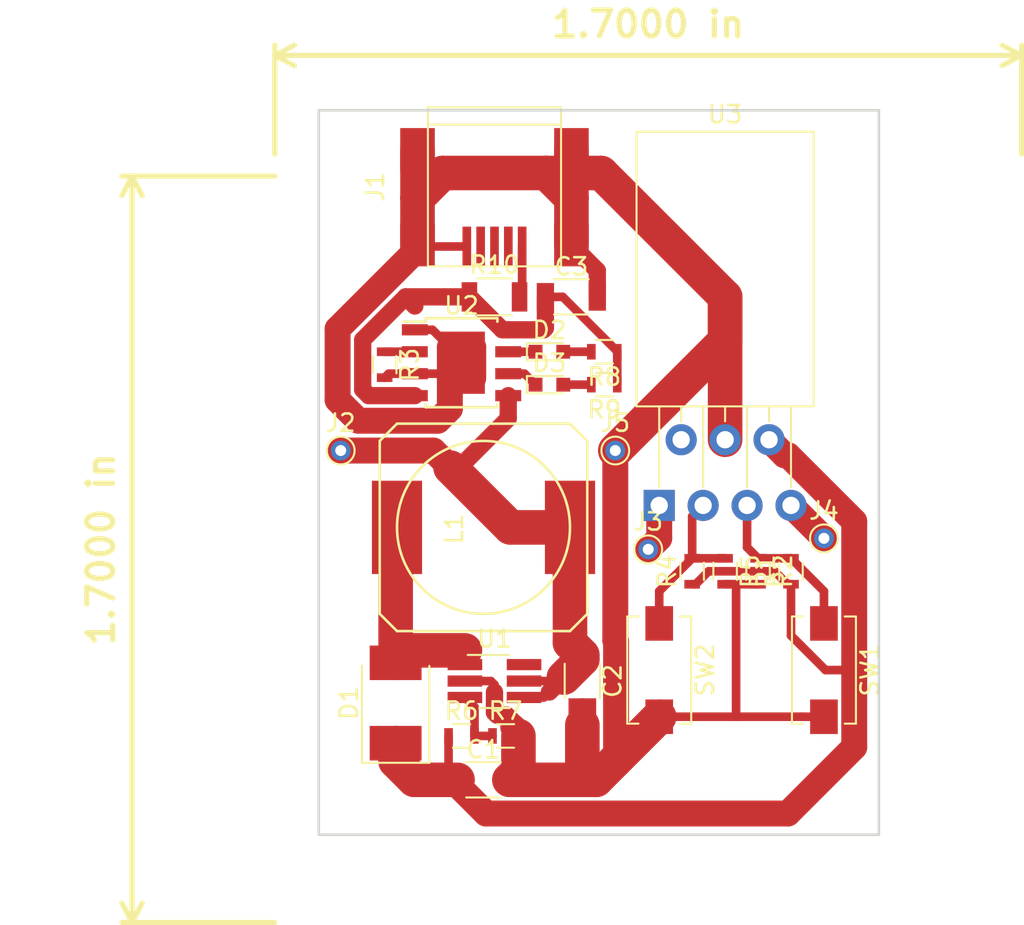
<source format=kicad_pcb>
(kicad_pcb (version 20171130) (host pcbnew 5.0.2-bee76a0~70~ubuntu18.04.1)

  (general
    (thickness 1.6)
    (drawings 6)
    (tracks 146)
    (zones 0)
    (modules 27)
    (nets 22)
  )

  (page A4)
  (layers
    (0 F.Cu signal)
    (31 B.Cu signal)
    (32 B.Adhes user)
    (33 F.Adhes user)
    (34 B.Paste user)
    (35 F.Paste user)
    (36 B.SilkS user)
    (37 F.SilkS user)
    (38 B.Mask user)
    (39 F.Mask user)
    (40 Dwgs.User user)
    (41 Cmts.User user)
    (42 Eco1.User user)
    (43 Eco2.User user)
    (44 Edge.Cuts user)
    (45 Margin user)
    (46 B.CrtYd user)
    (47 F.CrtYd user)
    (48 B.Fab user)
    (49 F.Fab user)
  )

  (setup
    (last_trace_width 0.5)
    (user_trace_width 0.5)
    (user_trace_width 1)
    (user_trace_width 1.5)
    (user_trace_width 2)
    (trace_clearance 0.2)
    (zone_clearance 0.508)
    (zone_45_only no)
    (trace_min 0.2)
    (segment_width 0.2)
    (edge_width 0.15)
    (via_size 0.8)
    (via_drill 0.4)
    (via_min_size 0.4)
    (via_min_drill 0.3)
    (uvia_size 0.3)
    (uvia_drill 0.1)
    (uvias_allowed no)
    (uvia_min_size 0.2)
    (uvia_min_drill 0.1)
    (pcb_text_width 0.3)
    (pcb_text_size 1.5 1.5)
    (mod_edge_width 0.15)
    (mod_text_size 1 1)
    (mod_text_width 0.15)
    (pad_size 1.524 1.524)
    (pad_drill 0.762)
    (pad_to_mask_clearance 0.051)
    (solder_mask_min_width 0.25)
    (aux_axis_origin 103.505 109.855)
    (visible_elements FFFFFF7F)
    (pcbplotparams
      (layerselection 0x01000_7fffffff)
      (usegerberextensions false)
      (usegerberattributes false)
      (usegerberadvancedattributes false)
      (creategerberjobfile false)
      (excludeedgelayer true)
      (linewidth 0.100000)
      (plotframeref false)
      (viasonmask false)
      (mode 1)
      (useauxorigin true)
      (hpglpennumber 1)
      (hpglpenspeed 20)
      (hpglpendiameter 15.000000)
      (psnegative false)
      (psa4output false)
      (plotreference true)
      (plotvalue true)
      (plotinvisibletext false)
      (padsonsilk false)
      (subtractmaskfromsilk false)
      (outputformat 1)
      (mirror false)
      (drillshape 0)
      (scaleselection 1)
      (outputdirectory ""))
  )

  (net 0 "")
  (net 1 GND)
  (net 2 /12V)
  (net 3 /VBAT)
  (net 4 /VUSB)
  (net 5 /SW)
  (net 6 /chg)
  (net 7 "Net-(D2-Pad2)")
  (net 8 "Net-(D3-Pad2)")
  (net 9 /stb)
  (net 10 "Net-(J1-Pad4)")
  (net 11 "Net-(J1-Pad3)")
  (net 12 "Net-(J1-Pad2)")
  (net 13 "Net-(J1-Pad1)")
  (net 14 /motor_b)
  (net 15 /motor_a)
  (net 16 /dir_b)
  (net 17 /prog)
  (net 18 /dir_a)
  (net 19 /FB)
  (net 20 "Net-(U1-Pad6)")
  (net 21 "Net-(U3-Pad2)")

  (net_class Default "This is the default net class."
    (clearance 0.2)
    (trace_width 0.25)
    (via_dia 0.8)
    (via_drill 0.4)
    (uvia_dia 0.3)
    (uvia_drill 0.1)
    (add_net /12V)
    (add_net /FB)
    (add_net /SW)
    (add_net /VBAT)
    (add_net /VUSB)
    (add_net /chg)
    (add_net /dir_a)
    (add_net /dir_b)
    (add_net /motor_a)
    (add_net /motor_b)
    (add_net /prog)
    (add_net /stb)
    (add_net GND)
    (add_net "Net-(D2-Pad2)")
    (add_net "Net-(D3-Pad2)")
    (add_net "Net-(J1-Pad1)")
    (add_net "Net-(J1-Pad2)")
    (add_net "Net-(J1-Pad3)")
    (add_net "Net-(J1-Pad4)")
    (add_net "Net-(U1-Pad6)")
    (add_net "Net-(U3-Pad2)")
  )

  (module Capacitors_SMD:C_1206 (layer F.Cu) (tedit 58AA84B8) (tstamp 5D9A189E)
    (at 113.03 106.68)
    (descr "Capacitor SMD 1206, reflow soldering, AVX (see smccp.pdf)")
    (tags "capacitor 1206")
    (path /5D9A140F)
    (attr smd)
    (fp_text reference C1 (at 0 -1.75) (layer F.SilkS)
      (effects (font (size 1 1) (thickness 0.15)))
    )
    (fp_text value C (at 0 2) (layer F.Fab)
      (effects (font (size 1 1) (thickness 0.15)))
    )
    (fp_line (start 2.25 1.05) (end -2.25 1.05) (layer F.CrtYd) (width 0.05))
    (fp_line (start 2.25 1.05) (end 2.25 -1.05) (layer F.CrtYd) (width 0.05))
    (fp_line (start -2.25 -1.05) (end -2.25 1.05) (layer F.CrtYd) (width 0.05))
    (fp_line (start -2.25 -1.05) (end 2.25 -1.05) (layer F.CrtYd) (width 0.05))
    (fp_line (start -1 1.02) (end 1 1.02) (layer F.SilkS) (width 0.12))
    (fp_line (start 1 -1.02) (end -1 -1.02) (layer F.SilkS) (width 0.12))
    (fp_line (start -1.6 -0.8) (end 1.6 -0.8) (layer F.Fab) (width 0.1))
    (fp_line (start 1.6 -0.8) (end 1.6 0.8) (layer F.Fab) (width 0.1))
    (fp_line (start 1.6 0.8) (end -1.6 0.8) (layer F.Fab) (width 0.1))
    (fp_line (start -1.6 0.8) (end -1.6 -0.8) (layer F.Fab) (width 0.1))
    (fp_text user %R (at 0 -1.75) (layer F.Fab)
      (effects (font (size 1 1) (thickness 0.15)))
    )
    (pad 2 smd rect (at 1.5 0) (size 1 1.6) (layers F.Cu F.Paste F.Mask)
      (net 1 GND))
    (pad 1 smd rect (at -1.5 0) (size 1 1.6) (layers F.Cu F.Paste F.Mask)
      (net 2 /12V))
    (model Capacitors_SMD.3dshapes/C_1206.wrl
      (at (xyz 0 0 0))
      (scale (xyz 1 1 1))
      (rotate (xyz 0 0 0))
    )
  )

  (module Capacitors_SMD:C_1206 (layer F.Cu) (tedit 58AA84B8) (tstamp 5D9A18AF)
    (at 118.745 100.965 270)
    (descr "Capacitor SMD 1206, reflow soldering, AVX (see smccp.pdf)")
    (tags "capacitor 1206")
    (path /5D9A1068)
    (attr smd)
    (fp_text reference C2 (at 0 -1.75 270) (layer F.SilkS)
      (effects (font (size 1 1) (thickness 0.15)))
    )
    (fp_text value C (at 0 2 270) (layer F.Fab)
      (effects (font (size 1 1) (thickness 0.15)))
    )
    (fp_text user %R (at 0 -1.75 270) (layer F.Fab)
      (effects (font (size 1 1) (thickness 0.15)))
    )
    (fp_line (start -1.6 0.8) (end -1.6 -0.8) (layer F.Fab) (width 0.1))
    (fp_line (start 1.6 0.8) (end -1.6 0.8) (layer F.Fab) (width 0.1))
    (fp_line (start 1.6 -0.8) (end 1.6 0.8) (layer F.Fab) (width 0.1))
    (fp_line (start -1.6 -0.8) (end 1.6 -0.8) (layer F.Fab) (width 0.1))
    (fp_line (start 1 -1.02) (end -1 -1.02) (layer F.SilkS) (width 0.12))
    (fp_line (start -1 1.02) (end 1 1.02) (layer F.SilkS) (width 0.12))
    (fp_line (start -2.25 -1.05) (end 2.25 -1.05) (layer F.CrtYd) (width 0.05))
    (fp_line (start -2.25 -1.05) (end -2.25 1.05) (layer F.CrtYd) (width 0.05))
    (fp_line (start 2.25 1.05) (end 2.25 -1.05) (layer F.CrtYd) (width 0.05))
    (fp_line (start 2.25 1.05) (end -2.25 1.05) (layer F.CrtYd) (width 0.05))
    (pad 1 smd rect (at -1.5 0 270) (size 1 1.6) (layers F.Cu F.Paste F.Mask)
      (net 3 /VBAT))
    (pad 2 smd rect (at 1.5 0 270) (size 1 1.6) (layers F.Cu F.Paste F.Mask)
      (net 1 GND))
    (model Capacitors_SMD.3dshapes/C_1206.wrl
      (at (xyz 0 0 0))
      (scale (xyz 1 1 1))
      (rotate (xyz 0 0 0))
    )
  )

  (module Capacitors_SMD:C_1206 (layer F.Cu) (tedit 58AA84B8) (tstamp 5D9A18C0)
    (at 118.11 78.74)
    (descr "Capacitor SMD 1206, reflow soldering, AVX (see smccp.pdf)")
    (tags "capacitor 1206")
    (path /5D9BC944)
    (attr smd)
    (fp_text reference C3 (at 0 -1.75) (layer F.SilkS)
      (effects (font (size 1 1) (thickness 0.15)))
    )
    (fp_text value C (at 0 2) (layer F.Fab)
      (effects (font (size 1 1) (thickness 0.15)))
    )
    (fp_line (start 2.25 1.05) (end -2.25 1.05) (layer F.CrtYd) (width 0.05))
    (fp_line (start 2.25 1.05) (end 2.25 -1.05) (layer F.CrtYd) (width 0.05))
    (fp_line (start -2.25 -1.05) (end -2.25 1.05) (layer F.CrtYd) (width 0.05))
    (fp_line (start -2.25 -1.05) (end 2.25 -1.05) (layer F.CrtYd) (width 0.05))
    (fp_line (start -1 1.02) (end 1 1.02) (layer F.SilkS) (width 0.12))
    (fp_line (start 1 -1.02) (end -1 -1.02) (layer F.SilkS) (width 0.12))
    (fp_line (start -1.6 -0.8) (end 1.6 -0.8) (layer F.Fab) (width 0.1))
    (fp_line (start 1.6 -0.8) (end 1.6 0.8) (layer F.Fab) (width 0.1))
    (fp_line (start 1.6 0.8) (end -1.6 0.8) (layer F.Fab) (width 0.1))
    (fp_line (start -1.6 0.8) (end -1.6 -0.8) (layer F.Fab) (width 0.1))
    (fp_text user %R (at 0 -1.75) (layer F.Fab)
      (effects (font (size 1 1) (thickness 0.15)))
    )
    (pad 2 smd rect (at 1.5 0) (size 1 1.6) (layers F.Cu F.Paste F.Mask)
      (net 1 GND))
    (pad 1 smd rect (at -1.5 0) (size 1 1.6) (layers F.Cu F.Paste F.Mask)
      (net 4 /VUSB))
    (model Capacitors_SMD.3dshapes/C_1206.wrl
      (at (xyz 0 0 0))
      (scale (xyz 1 1 1))
      (rotate (xyz 0 0 0))
    )
  )

  (module Diodes_SMD:D_2114 (layer F.Cu) (tedit 590CF38C) (tstamp 5D9A18D8)
    (at 107.95 102.235 90)
    (descr "Diode SMD 2114, reflow soldering http://datasheets.avx.com/schottky.pdf")
    (tags "Diode 2114")
    (path /5D9A134A)
    (attr smd)
    (fp_text reference D1 (at 0 -2.7 90) (layer F.SilkS)
      (effects (font (size 1 1) (thickness 0.15)))
    )
    (fp_text value D_Schottky (at 0 2.8 90) (layer F.Fab)
      (effects (font (size 1 1) (thickness 0.15)))
    )
    (fp_line (start 2.6 1.8) (end 2.6 -1.8) (layer F.Fab) (width 0.1))
    (fp_line (start 2.6 1.8) (end -2.6 1.8) (layer F.Fab) (width 0.1))
    (fp_line (start -3.46 -1.95) (end 2.15 -1.95) (layer F.SilkS) (width 0.12))
    (fp_line (start -3.46 1.95) (end 2.15 1.95) (layer F.SilkS) (width 0.12))
    (fp_line (start -0.64944 0.00102) (end 0.50118 -0.79908) (layer F.Fab) (width 0.1))
    (fp_line (start -0.64944 0.00102) (end 0.50118 0.75032) (layer F.Fab) (width 0.1))
    (fp_line (start 0.50118 0.75032) (end 0.50118 -0.79908) (layer F.Fab) (width 0.1))
    (fp_line (start -0.64944 -0.79908) (end -0.64944 0.80112) (layer F.Fab) (width 0.1))
    (fp_line (start 0.50118 0.00102) (end 1.4994 0.00102) (layer F.Fab) (width 0.1))
    (fp_line (start -0.64944 0.00102) (end -1.55114 0.00102) (layer F.Fab) (width 0.1))
    (fp_line (start -3.61 2.1) (end -3.61 -2.1) (layer F.CrtYd) (width 0.05))
    (fp_line (start 3.61 2.1) (end -3.61 2.1) (layer F.CrtYd) (width 0.05))
    (fp_line (start 3.61 -2.1) (end 3.61 2.1) (layer F.CrtYd) (width 0.05))
    (fp_line (start -3.61 -2.1) (end 3.61 -2.1) (layer F.CrtYd) (width 0.05))
    (fp_line (start 2.6 -1.8) (end -2.6 -1.8) (layer F.Fab) (width 0.1))
    (fp_line (start -2.6 1.8) (end -2.6 -1.8) (layer F.Fab) (width 0.1))
    (fp_line (start -3.46 -1.95) (end -3.46 1.95) (layer F.SilkS) (width 0.12))
    (fp_text user %R (at 0 -2.7 90) (layer F.Fab)
      (effects (font (size 1 1) (thickness 0.15)))
    )
    (pad 2 smd rect (at 2.325 0 90) (size 2 3) (layers F.Cu F.Paste F.Mask)
      (net 5 /SW))
    (pad 1 smd rect (at -2.325 0 90) (size 2 3) (layers F.Cu F.Paste F.Mask)
      (net 2 /12V))
    (model ${KISYS3DMOD}/Diodes_SMD.3dshapes/D_2114.wrl
      (at (xyz 0 0 0))
      (scale (xyz 1 1 1))
      (rotate (xyz 0 0 0))
    )
  )

  (module LEDs:LED_0603 (layer F.Cu) (tedit 57FE93A5) (tstamp 5D9A18ED)
    (at 116.84 81.915)
    (descr "LED 0603 smd package")
    (tags "LED led 0603 SMD smd SMT smt smdled SMDLED smtled SMTLED")
    (path /5D9A2507)
    (attr smd)
    (fp_text reference D2 (at 0 -1.25) (layer F.SilkS)
      (effects (font (size 1 1) (thickness 0.15)))
    )
    (fp_text value LED (at 0 1.35) (layer F.Fab)
      (effects (font (size 1 1) (thickness 0.15)))
    )
    (fp_line (start -1.45 -0.65) (end 1.45 -0.65) (layer F.CrtYd) (width 0.05))
    (fp_line (start -1.45 0.65) (end -1.45 -0.65) (layer F.CrtYd) (width 0.05))
    (fp_line (start 1.45 0.65) (end -1.45 0.65) (layer F.CrtYd) (width 0.05))
    (fp_line (start 1.45 -0.65) (end 1.45 0.65) (layer F.CrtYd) (width 0.05))
    (fp_line (start -1.3 -0.5) (end 0.8 -0.5) (layer F.SilkS) (width 0.12))
    (fp_line (start -1.3 0.5) (end 0.8 0.5) (layer F.SilkS) (width 0.12))
    (fp_line (start -0.8 0.4) (end -0.8 -0.4) (layer F.Fab) (width 0.1))
    (fp_line (start -0.8 -0.4) (end 0.8 -0.4) (layer F.Fab) (width 0.1))
    (fp_line (start 0.8 -0.4) (end 0.8 0.4) (layer F.Fab) (width 0.1))
    (fp_line (start 0.8 0.4) (end -0.8 0.4) (layer F.Fab) (width 0.1))
    (fp_line (start 0.15 -0.2) (end 0.15 0.2) (layer F.Fab) (width 0.1))
    (fp_line (start 0.15 0.2) (end -0.15 0) (layer F.Fab) (width 0.1))
    (fp_line (start -0.15 0) (end 0.15 -0.2) (layer F.Fab) (width 0.1))
    (fp_line (start -0.2 -0.2) (end -0.2 0.2) (layer F.Fab) (width 0.1))
    (fp_line (start -1.3 -0.5) (end -1.3 0.5) (layer F.SilkS) (width 0.12))
    (pad 1 smd rect (at -0.8 0 180) (size 0.8 0.8) (layers F.Cu F.Paste F.Mask)
      (net 6 /chg))
    (pad 2 smd rect (at 0.8 0 180) (size 0.8 0.8) (layers F.Cu F.Paste F.Mask)
      (net 7 "Net-(D2-Pad2)"))
    (model ${KISYS3DMOD}/LEDs.3dshapes/LED_0603.wrl
      (at (xyz 0 0 0))
      (scale (xyz 1 1 1))
      (rotate (xyz 0 0 180))
    )
  )

  (module LEDs:LED_0603 (layer F.Cu) (tedit 57FE93A5) (tstamp 5D9A1902)
    (at 116.84 83.82)
    (descr "LED 0603 smd package")
    (tags "LED led 0603 SMD smd SMT smt smdled SMDLED smtled SMTLED")
    (path /5D9A255C)
    (attr smd)
    (fp_text reference D3 (at 0 -1.25) (layer F.SilkS)
      (effects (font (size 1 1) (thickness 0.15)))
    )
    (fp_text value LED (at 0 1.35) (layer F.Fab)
      (effects (font (size 1 1) (thickness 0.15)))
    )
    (fp_line (start -1.3 -0.5) (end -1.3 0.5) (layer F.SilkS) (width 0.12))
    (fp_line (start -0.2 -0.2) (end -0.2 0.2) (layer F.Fab) (width 0.1))
    (fp_line (start -0.15 0) (end 0.15 -0.2) (layer F.Fab) (width 0.1))
    (fp_line (start 0.15 0.2) (end -0.15 0) (layer F.Fab) (width 0.1))
    (fp_line (start 0.15 -0.2) (end 0.15 0.2) (layer F.Fab) (width 0.1))
    (fp_line (start 0.8 0.4) (end -0.8 0.4) (layer F.Fab) (width 0.1))
    (fp_line (start 0.8 -0.4) (end 0.8 0.4) (layer F.Fab) (width 0.1))
    (fp_line (start -0.8 -0.4) (end 0.8 -0.4) (layer F.Fab) (width 0.1))
    (fp_line (start -0.8 0.4) (end -0.8 -0.4) (layer F.Fab) (width 0.1))
    (fp_line (start -1.3 0.5) (end 0.8 0.5) (layer F.SilkS) (width 0.12))
    (fp_line (start -1.3 -0.5) (end 0.8 -0.5) (layer F.SilkS) (width 0.12))
    (fp_line (start 1.45 -0.65) (end 1.45 0.65) (layer F.CrtYd) (width 0.05))
    (fp_line (start 1.45 0.65) (end -1.45 0.65) (layer F.CrtYd) (width 0.05))
    (fp_line (start -1.45 0.65) (end -1.45 -0.65) (layer F.CrtYd) (width 0.05))
    (fp_line (start -1.45 -0.65) (end 1.45 -0.65) (layer F.CrtYd) (width 0.05))
    (pad 2 smd rect (at 0.8 0 180) (size 0.8 0.8) (layers F.Cu F.Paste F.Mask)
      (net 8 "Net-(D3-Pad2)"))
    (pad 1 smd rect (at -0.8 0 180) (size 0.8 0.8) (layers F.Cu F.Paste F.Mask)
      (net 9 /stb))
    (model ${KISYS3DMOD}/LEDs.3dshapes/LED_0603.wrl
      (at (xyz 0 0 0))
      (scale (xyz 1 1 1))
      (rotate (xyz 0 0 180))
    )
  )

  (module Connect:USB_Mini-B (layer F.Cu) (tedit 5543E571) (tstamp 5D9A191A)
    (at 113.665 73.025 270)
    (descr "USB Mini-B 5-pin SMD connector")
    (tags "USB USB_B USB_Mini connector")
    (path /5D9A6E7B)
    (attr smd)
    (fp_text reference J1 (at -0.65 6.9 270) (layer F.SilkS)
      (effects (font (size 1 1) (thickness 0.15)))
    )
    (fp_text value USB_B_Mini (at -0.65 -7.1 270) (layer F.Fab)
      (effects (font (size 1 1) (thickness 0.15)))
    )
    (fp_line (start 3.95 -3.85) (end -5.25 -3.85) (layer F.SilkS) (width 0.12))
    (fp_line (start 3.95 3.85) (end 3.95 -3.85) (layer F.SilkS) (width 0.12))
    (fp_line (start -5.25 3.85) (end 3.95 3.85) (layer F.SilkS) (width 0.12))
    (fp_line (start -5.25 -3.85) (end -5.25 3.85) (layer F.SilkS) (width 0.12))
    (fp_line (start -4.25 -3.85) (end -4.25 3.85) (layer F.SilkS) (width 0.12))
    (fp_line (start -5.5 5.7) (end -5.5 -5.7) (layer F.CrtYd) (width 0.05))
    (fp_line (start 4.2 5.7) (end -5.5 5.7) (layer F.CrtYd) (width 0.05))
    (fp_line (start 4.2 -5.7) (end 4.2 5.7) (layer F.CrtYd) (width 0.05))
    (fp_line (start -5.5 -5.7) (end 4.2 -5.7) (layer F.CrtYd) (width 0.05))
    (pad "" np_thru_hole circle (at 0.2 2.2 270) (size 0.9 0.9) (drill 0.9) (layers *.Cu *.Mask))
    (pad "" np_thru_hole circle (at 0.2 -2.2 270) (size 0.9 0.9) (drill 0.9) (layers *.Cu *.Mask))
    (pad 6 smd rect (at -2.8 4.45 270) (size 2.5 2) (layers F.Cu F.Paste F.Mask)
      (net 1 GND))
    (pad 6 smd rect (at 2.7 4.45 270) (size 2.5 2) (layers F.Cu F.Paste F.Mask)
      (net 1 GND))
    (pad 6 smd rect (at -2.8 -4.45 270) (size 2.5 2) (layers F.Cu F.Paste F.Mask)
      (net 1 GND))
    (pad 6 smd rect (at 2.7 -4.45 270) (size 2.5 2) (layers F.Cu F.Paste F.Mask)
      (net 1 GND))
    (pad 5 smd rect (at 2.8 1.6 270) (size 2.3 0.5) (layers F.Cu F.Paste F.Mask)
      (net 1 GND))
    (pad 4 smd rect (at 2.8 0.8 270) (size 2.3 0.5) (layers F.Cu F.Paste F.Mask)
      (net 10 "Net-(J1-Pad4)"))
    (pad 3 smd rect (at 2.8 0 270) (size 2.3 0.5) (layers F.Cu F.Paste F.Mask)
      (net 11 "Net-(J1-Pad3)"))
    (pad 2 smd rect (at 2.8 -0.8 270) (size 2.3 0.5) (layers F.Cu F.Paste F.Mask)
      (net 12 "Net-(J1-Pad2)"))
    (pad 1 smd rect (at 2.8 -1.6 270) (size 2.3 0.5) (layers F.Cu F.Paste F.Mask)
      (net 13 "Net-(J1-Pad1)"))
  )

  (module Inductors:SELF-WE-PD-XXL (layer F.Cu) (tedit 0) (tstamp 5D9A192C)
    (at 113.03 92.075)
    (descr "SELF- WE-PD-XXL")
    (path /5D9A11AA)
    (attr smd)
    (fp_text reference L1 (at -1.69926 0.09906 90) (layer F.SilkS)
      (effects (font (size 1 1) (thickness 0.15)))
    )
    (fp_text value L (at 1.80086 0 90) (layer F.Fab)
      (effects (font (size 1 1) (thickness 0.15)))
    )
    (fp_text user "" (at 0 0) (layer F.SilkS)
      (effects (font (size 1 1) (thickness 0.15)))
    )
    (fp_text user "" (at 0 0) (layer F.SilkS)
      (effects (font (size 1 1) (thickness 0.15)))
    )
    (fp_line (start -5.99948 5.00126) (end -5.99948 0) (layer F.SilkS) (width 0.15))
    (fp_line (start -5.00126 5.99948) (end -5.99948 5.00126) (layer F.SilkS) (width 0.15))
    (fp_line (start 5.00126 5.99948) (end -5.00126 5.99948) (layer F.SilkS) (width 0.15))
    (fp_line (start 5.99948 5.00126) (end 5.00126 5.99948) (layer F.SilkS) (width 0.15))
    (fp_line (start 5.99948 -5.00126) (end 5.99948 5.00126) (layer F.SilkS) (width 0.15))
    (fp_line (start 5.00126 -5.99948) (end 5.99948 -5.00126) (layer F.SilkS) (width 0.15))
    (fp_line (start -5.00126 -5.99948) (end 5.00126 -5.99948) (layer F.SilkS) (width 0.15))
    (fp_line (start -5.99948 -5.00126) (end -5.00126 -5.99948) (layer F.SilkS) (width 0.15))
    (fp_line (start -5.99948 0) (end -5.99948 -5.00126) (layer F.SilkS) (width 0.15))
    (fp_circle (center 0 0) (end 0 -5.00126) (layer F.SilkS) (width 0.15))
    (pad 2 smd rect (at 5.00126 0) (size 2.90068 5.40004) (layers F.Cu F.Paste F.Mask)
      (net 3 /VBAT))
    (pad 1 smd rect (at -5.00126 0) (size 2.90068 5.40004) (layers F.Cu F.Paste F.Mask)
      (net 5 /SW))
    (model Inductors.3dshapes/SELF-WE-PD-XXL.wrl
      (at (xyz 0 0 0))
      (scale (xyz 1 1 1))
      (rotate (xyz 0 0 0))
    )
  )

  (module Resistors_SMD:R_0603 (layer F.Cu) (tedit 58E0A804) (tstamp 5D9A2A8E)
    (at 130.81 94.615 90)
    (descr "Resistor SMD 0603, reflow soldering, Vishay (see dcrcw.pdf)")
    (tags "resistor 0603")
    (path /5D9A9B7D)
    (attr smd)
    (fp_text reference R1 (at 0 -1.45 90) (layer F.SilkS)
      (effects (font (size 1 1) (thickness 0.15)))
    )
    (fp_text value R (at 0 1.5 90) (layer F.Fab)
      (effects (font (size 1 1) (thickness 0.15)))
    )
    (fp_text user %R (at 0 0 90) (layer F.Fab)
      (effects (font (size 0.4 0.4) (thickness 0.075)))
    )
    (fp_line (start -0.8 0.4) (end -0.8 -0.4) (layer F.Fab) (width 0.1))
    (fp_line (start 0.8 0.4) (end -0.8 0.4) (layer F.Fab) (width 0.1))
    (fp_line (start 0.8 -0.4) (end 0.8 0.4) (layer F.Fab) (width 0.1))
    (fp_line (start -0.8 -0.4) (end 0.8 -0.4) (layer F.Fab) (width 0.1))
    (fp_line (start 0.5 0.68) (end -0.5 0.68) (layer F.SilkS) (width 0.12))
    (fp_line (start -0.5 -0.68) (end 0.5 -0.68) (layer F.SilkS) (width 0.12))
    (fp_line (start -1.25 -0.7) (end 1.25 -0.7) (layer F.CrtYd) (width 0.05))
    (fp_line (start -1.25 -0.7) (end -1.25 0.7) (layer F.CrtYd) (width 0.05))
    (fp_line (start 1.25 0.7) (end 1.25 -0.7) (layer F.CrtYd) (width 0.05))
    (fp_line (start 1.25 0.7) (end -1.25 0.7) (layer F.CrtYd) (width 0.05))
    (pad 1 smd rect (at -0.75 0 90) (size 0.5 0.9) (layers F.Cu F.Paste F.Mask)
      (net 2 /12V))
    (pad 2 smd rect (at 0.75 0 90) (size 0.5 0.9) (layers F.Cu F.Paste F.Mask)
      (net 16 /dir_b))
    (model ${KISYS3DMOD}/Resistors_SMD.3dshapes/R_0603.wrl
      (at (xyz 0 0 0))
      (scale (xyz 1 1 1))
      (rotate (xyz 0 0 0))
    )
  )

  (module Resistors_SMD:R_0603 (layer F.Cu) (tedit 58E0A804) (tstamp 5D9A196F)
    (at 128.905 94.615 270)
    (descr "Resistor SMD 0603, reflow soldering, Vishay (see dcrcw.pdf)")
    (tags "resistor 0603")
    (path /5D9A9C05)
    (attr smd)
    (fp_text reference R2 (at 0 -1.45 270) (layer F.SilkS)
      (effects (font (size 1 1) (thickness 0.15)))
    )
    (fp_text value R (at 0 1.5 270) (layer F.Fab)
      (effects (font (size 1 1) (thickness 0.15)))
    )
    (fp_text user %R (at 0 0 270) (layer F.Fab)
      (effects (font (size 0.4 0.4) (thickness 0.075)))
    )
    (fp_line (start -0.8 0.4) (end -0.8 -0.4) (layer F.Fab) (width 0.1))
    (fp_line (start 0.8 0.4) (end -0.8 0.4) (layer F.Fab) (width 0.1))
    (fp_line (start 0.8 -0.4) (end 0.8 0.4) (layer F.Fab) (width 0.1))
    (fp_line (start -0.8 -0.4) (end 0.8 -0.4) (layer F.Fab) (width 0.1))
    (fp_line (start 0.5 0.68) (end -0.5 0.68) (layer F.SilkS) (width 0.12))
    (fp_line (start -0.5 -0.68) (end 0.5 -0.68) (layer F.SilkS) (width 0.12))
    (fp_line (start -1.25 -0.7) (end 1.25 -0.7) (layer F.CrtYd) (width 0.05))
    (fp_line (start -1.25 -0.7) (end -1.25 0.7) (layer F.CrtYd) (width 0.05))
    (fp_line (start 1.25 0.7) (end 1.25 -0.7) (layer F.CrtYd) (width 0.05))
    (fp_line (start 1.25 0.7) (end -1.25 0.7) (layer F.CrtYd) (width 0.05))
    (pad 1 smd rect (at -0.75 0 270) (size 0.5 0.9) (layers F.Cu F.Paste F.Mask)
      (net 16 /dir_b))
    (pad 2 smd rect (at 0.75 0 270) (size 0.5 0.9) (layers F.Cu F.Paste F.Mask)
      (net 1 GND))
    (model ${KISYS3DMOD}/Resistors_SMD.3dshapes/R_0603.wrl
      (at (xyz 0 0 0))
      (scale (xyz 1 1 1))
      (rotate (xyz 0 0 0))
    )
  )

  (module Resistors_SMD:R_0603 (layer F.Cu) (tedit 58E0A804) (tstamp 5D9AD22A)
    (at 107.315 82.665 270)
    (descr "Resistor SMD 0603, reflow soldering, Vishay (see dcrcw.pdf)")
    (tags "resistor 0603")
    (path /5D9A49A6)
    (attr smd)
    (fp_text reference R3 (at 0 -1.45 270) (layer F.SilkS)
      (effects (font (size 1 1) (thickness 0.15)))
    )
    (fp_text value R (at 0 1.5 270) (layer F.Fab)
      (effects (font (size 1 1) (thickness 0.15)))
    )
    (fp_text user %R (at 0 0 270) (layer F.Fab)
      (effects (font (size 0.4 0.4) (thickness 0.075)))
    )
    (fp_line (start -0.8 0.4) (end -0.8 -0.4) (layer F.Fab) (width 0.1))
    (fp_line (start 0.8 0.4) (end -0.8 0.4) (layer F.Fab) (width 0.1))
    (fp_line (start 0.8 -0.4) (end 0.8 0.4) (layer F.Fab) (width 0.1))
    (fp_line (start -0.8 -0.4) (end 0.8 -0.4) (layer F.Fab) (width 0.1))
    (fp_line (start 0.5 0.68) (end -0.5 0.68) (layer F.SilkS) (width 0.12))
    (fp_line (start -0.5 -0.68) (end 0.5 -0.68) (layer F.SilkS) (width 0.12))
    (fp_line (start -1.25 -0.7) (end 1.25 -0.7) (layer F.CrtYd) (width 0.05))
    (fp_line (start -1.25 -0.7) (end -1.25 0.7) (layer F.CrtYd) (width 0.05))
    (fp_line (start 1.25 0.7) (end 1.25 -0.7) (layer F.CrtYd) (width 0.05))
    (fp_line (start 1.25 0.7) (end -1.25 0.7) (layer F.CrtYd) (width 0.05))
    (pad 1 smd rect (at -0.75 0 270) (size 0.5 0.9) (layers F.Cu F.Paste F.Mask)
      (net 17 /prog))
    (pad 2 smd rect (at 0.75 0 270) (size 0.5 0.9) (layers F.Cu F.Paste F.Mask)
      (net 1 GND))
    (model ${KISYS3DMOD}/Resistors_SMD.3dshapes/R_0603.wrl
      (at (xyz 0 0 0))
      (scale (xyz 1 1 1))
      (rotate (xyz 0 0 0))
    )
  )

  (module Resistors_SMD:R_0603 (layer F.Cu) (tedit 58E0A804) (tstamp 5D9A1991)
    (at 125.095 94.615 90)
    (descr "Resistor SMD 0603, reflow soldering, Vishay (see dcrcw.pdf)")
    (tags "resistor 0603")
    (path /5D9A9AE1)
    (attr smd)
    (fp_text reference R4 (at 0 -1.45 90) (layer F.SilkS)
      (effects (font (size 1 1) (thickness 0.15)))
    )
    (fp_text value R (at 0 1.5 90) (layer F.Fab)
      (effects (font (size 1 1) (thickness 0.15)))
    )
    (fp_line (start 1.25 0.7) (end -1.25 0.7) (layer F.CrtYd) (width 0.05))
    (fp_line (start 1.25 0.7) (end 1.25 -0.7) (layer F.CrtYd) (width 0.05))
    (fp_line (start -1.25 -0.7) (end -1.25 0.7) (layer F.CrtYd) (width 0.05))
    (fp_line (start -1.25 -0.7) (end 1.25 -0.7) (layer F.CrtYd) (width 0.05))
    (fp_line (start -0.5 -0.68) (end 0.5 -0.68) (layer F.SilkS) (width 0.12))
    (fp_line (start 0.5 0.68) (end -0.5 0.68) (layer F.SilkS) (width 0.12))
    (fp_line (start -0.8 -0.4) (end 0.8 -0.4) (layer F.Fab) (width 0.1))
    (fp_line (start 0.8 -0.4) (end 0.8 0.4) (layer F.Fab) (width 0.1))
    (fp_line (start 0.8 0.4) (end -0.8 0.4) (layer F.Fab) (width 0.1))
    (fp_line (start -0.8 0.4) (end -0.8 -0.4) (layer F.Fab) (width 0.1))
    (fp_text user %R (at 0 0 90) (layer F.Fab)
      (effects (font (size 0.4 0.4) (thickness 0.075)))
    )
    (pad 2 smd rect (at 0.75 0 90) (size 0.5 0.9) (layers F.Cu F.Paste F.Mask)
      (net 18 /dir_a))
    (pad 1 smd rect (at -0.75 0 90) (size 0.5 0.9) (layers F.Cu F.Paste F.Mask)
      (net 2 /12V))
    (model ${KISYS3DMOD}/Resistors_SMD.3dshapes/R_0603.wrl
      (at (xyz 0 0 0))
      (scale (xyz 1 1 1))
      (rotate (xyz 0 0 0))
    )
  )

  (module Resistors_SMD:R_0603 (layer F.Cu) (tedit 58E0A804) (tstamp 5D9A2BB1)
    (at 127 94.615 270)
    (descr "Resistor SMD 0603, reflow soldering, Vishay (see dcrcw.pdf)")
    (tags "resistor 0603")
    (path /5D9A9BBF)
    (attr smd)
    (fp_text reference R5 (at 0 -1.45 270) (layer F.SilkS)
      (effects (font (size 1 1) (thickness 0.15)))
    )
    (fp_text value R (at 0 1.5 270) (layer F.Fab)
      (effects (font (size 1 1) (thickness 0.15)))
    )
    (fp_line (start 1.25 0.7) (end -1.25 0.7) (layer F.CrtYd) (width 0.05))
    (fp_line (start 1.25 0.7) (end 1.25 -0.7) (layer F.CrtYd) (width 0.05))
    (fp_line (start -1.25 -0.7) (end -1.25 0.7) (layer F.CrtYd) (width 0.05))
    (fp_line (start -1.25 -0.7) (end 1.25 -0.7) (layer F.CrtYd) (width 0.05))
    (fp_line (start -0.5 -0.68) (end 0.5 -0.68) (layer F.SilkS) (width 0.12))
    (fp_line (start 0.5 0.68) (end -0.5 0.68) (layer F.SilkS) (width 0.12))
    (fp_line (start -0.8 -0.4) (end 0.8 -0.4) (layer F.Fab) (width 0.1))
    (fp_line (start 0.8 -0.4) (end 0.8 0.4) (layer F.Fab) (width 0.1))
    (fp_line (start 0.8 0.4) (end -0.8 0.4) (layer F.Fab) (width 0.1))
    (fp_line (start -0.8 0.4) (end -0.8 -0.4) (layer F.Fab) (width 0.1))
    (fp_text user %R (at 0 0 270) (layer F.Fab)
      (effects (font (size 0.4 0.4) (thickness 0.075)))
    )
    (pad 2 smd rect (at 0.75 0 270) (size 0.5 0.9) (layers F.Cu F.Paste F.Mask)
      (net 1 GND))
    (pad 1 smd rect (at -0.75 0 270) (size 0.5 0.9) (layers F.Cu F.Paste F.Mask)
      (net 18 /dir_a))
    (model ${KISYS3DMOD}/Resistors_SMD.3dshapes/R_0603.wrl
      (at (xyz 0 0 0))
      (scale (xyz 1 1 1))
      (rotate (xyz 0 0 0))
    )
  )

  (module Resistors_SMD:R_0603 (layer F.Cu) (tedit 58E0A804) (tstamp 5D9A19B3)
    (at 111.76 104.14)
    (descr "Resistor SMD 0603, reflow soldering, Vishay (see dcrcw.pdf)")
    (tags "resistor 0603")
    (path /5D9A14B2)
    (attr smd)
    (fp_text reference R6 (at 0 -1.45) (layer F.SilkS)
      (effects (font (size 1 1) (thickness 0.15)))
    )
    (fp_text value R (at 0 1.5) (layer F.Fab)
      (effects (font (size 1 1) (thickness 0.15)))
    )
    (fp_line (start 1.25 0.7) (end -1.25 0.7) (layer F.CrtYd) (width 0.05))
    (fp_line (start 1.25 0.7) (end 1.25 -0.7) (layer F.CrtYd) (width 0.05))
    (fp_line (start -1.25 -0.7) (end -1.25 0.7) (layer F.CrtYd) (width 0.05))
    (fp_line (start -1.25 -0.7) (end 1.25 -0.7) (layer F.CrtYd) (width 0.05))
    (fp_line (start -0.5 -0.68) (end 0.5 -0.68) (layer F.SilkS) (width 0.12))
    (fp_line (start 0.5 0.68) (end -0.5 0.68) (layer F.SilkS) (width 0.12))
    (fp_line (start -0.8 -0.4) (end 0.8 -0.4) (layer F.Fab) (width 0.1))
    (fp_line (start 0.8 -0.4) (end 0.8 0.4) (layer F.Fab) (width 0.1))
    (fp_line (start 0.8 0.4) (end -0.8 0.4) (layer F.Fab) (width 0.1))
    (fp_line (start -0.8 0.4) (end -0.8 -0.4) (layer F.Fab) (width 0.1))
    (fp_text user %R (at 0 0) (layer F.Fab)
      (effects (font (size 0.4 0.4) (thickness 0.075)))
    )
    (pad 2 smd rect (at 0.75 0) (size 0.5 0.9) (layers F.Cu F.Paste F.Mask)
      (net 19 /FB))
    (pad 1 smd rect (at -0.75 0) (size 0.5 0.9) (layers F.Cu F.Paste F.Mask)
      (net 2 /12V))
    (model ${KISYS3DMOD}/Resistors_SMD.3dshapes/R_0603.wrl
      (at (xyz 0 0 0))
      (scale (xyz 1 1 1))
      (rotate (xyz 0 0 0))
    )
  )

  (module Resistors_SMD:R_0603 (layer F.Cu) (tedit 58E0A804) (tstamp 5D9A19C4)
    (at 114.3 104.14)
    (descr "Resistor SMD 0603, reflow soldering, Vishay (see dcrcw.pdf)")
    (tags "resistor 0603")
    (path /5D9A14EE)
    (attr smd)
    (fp_text reference R7 (at 0 -1.45) (layer F.SilkS)
      (effects (font (size 1 1) (thickness 0.15)))
    )
    (fp_text value R (at 0 1.5) (layer F.Fab)
      (effects (font (size 1 1) (thickness 0.15)))
    )
    (fp_text user %R (at 0 0) (layer F.Fab)
      (effects (font (size 0.4 0.4) (thickness 0.075)))
    )
    (fp_line (start -0.8 0.4) (end -0.8 -0.4) (layer F.Fab) (width 0.1))
    (fp_line (start 0.8 0.4) (end -0.8 0.4) (layer F.Fab) (width 0.1))
    (fp_line (start 0.8 -0.4) (end 0.8 0.4) (layer F.Fab) (width 0.1))
    (fp_line (start -0.8 -0.4) (end 0.8 -0.4) (layer F.Fab) (width 0.1))
    (fp_line (start 0.5 0.68) (end -0.5 0.68) (layer F.SilkS) (width 0.12))
    (fp_line (start -0.5 -0.68) (end 0.5 -0.68) (layer F.SilkS) (width 0.12))
    (fp_line (start -1.25 -0.7) (end 1.25 -0.7) (layer F.CrtYd) (width 0.05))
    (fp_line (start -1.25 -0.7) (end -1.25 0.7) (layer F.CrtYd) (width 0.05))
    (fp_line (start 1.25 0.7) (end 1.25 -0.7) (layer F.CrtYd) (width 0.05))
    (fp_line (start 1.25 0.7) (end -1.25 0.7) (layer F.CrtYd) (width 0.05))
    (pad 1 smd rect (at -0.75 0) (size 0.5 0.9) (layers F.Cu F.Paste F.Mask)
      (net 19 /FB))
    (pad 2 smd rect (at 0.75 0) (size 0.5 0.9) (layers F.Cu F.Paste F.Mask)
      (net 1 GND))
    (model ${KISYS3DMOD}/Resistors_SMD.3dshapes/R_0603.wrl
      (at (xyz 0 0 0))
      (scale (xyz 1 1 1))
      (rotate (xyz 0 0 0))
    )
  )

  (module Resistors_SMD:R_0603 (layer F.Cu) (tedit 58E0A804) (tstamp 5D9A19D5)
    (at 120.015 81.915 180)
    (descr "Resistor SMD 0603, reflow soldering, Vishay (see dcrcw.pdf)")
    (tags "resistor 0603")
    (path /5D9A2590)
    (attr smd)
    (fp_text reference R8 (at 0 -1.45 180) (layer F.SilkS)
      (effects (font (size 1 1) (thickness 0.15)))
    )
    (fp_text value R (at 0 1.5 180) (layer F.Fab)
      (effects (font (size 1 1) (thickness 0.15)))
    )
    (fp_line (start 1.25 0.7) (end -1.25 0.7) (layer F.CrtYd) (width 0.05))
    (fp_line (start 1.25 0.7) (end 1.25 -0.7) (layer F.CrtYd) (width 0.05))
    (fp_line (start -1.25 -0.7) (end -1.25 0.7) (layer F.CrtYd) (width 0.05))
    (fp_line (start -1.25 -0.7) (end 1.25 -0.7) (layer F.CrtYd) (width 0.05))
    (fp_line (start -0.5 -0.68) (end 0.5 -0.68) (layer F.SilkS) (width 0.12))
    (fp_line (start 0.5 0.68) (end -0.5 0.68) (layer F.SilkS) (width 0.12))
    (fp_line (start -0.8 -0.4) (end 0.8 -0.4) (layer F.Fab) (width 0.1))
    (fp_line (start 0.8 -0.4) (end 0.8 0.4) (layer F.Fab) (width 0.1))
    (fp_line (start 0.8 0.4) (end -0.8 0.4) (layer F.Fab) (width 0.1))
    (fp_line (start -0.8 0.4) (end -0.8 -0.4) (layer F.Fab) (width 0.1))
    (fp_text user %R (at 0 0 180) (layer F.Fab)
      (effects (font (size 0.4 0.4) (thickness 0.075)))
    )
    (pad 2 smd rect (at 0.75 0 180) (size 0.5 0.9) (layers F.Cu F.Paste F.Mask)
      (net 7 "Net-(D2-Pad2)"))
    (pad 1 smd rect (at -0.75 0 180) (size 0.5 0.9) (layers F.Cu F.Paste F.Mask)
      (net 4 /VUSB))
    (model ${KISYS3DMOD}/Resistors_SMD.3dshapes/R_0603.wrl
      (at (xyz 0 0 0))
      (scale (xyz 1 1 1))
      (rotate (xyz 0 0 0))
    )
  )

  (module Resistors_SMD:R_0603 (layer F.Cu) (tedit 58E0A804) (tstamp 5D9A19E6)
    (at 120.015 83.82 180)
    (descr "Resistor SMD 0603, reflow soldering, Vishay (see dcrcw.pdf)")
    (tags "resistor 0603")
    (path /5D9A2648)
    (attr smd)
    (fp_text reference R9 (at 0 -1.45 180) (layer F.SilkS)
      (effects (font (size 1 1) (thickness 0.15)))
    )
    (fp_text value R (at 0 1.5 180) (layer F.Fab)
      (effects (font (size 1 1) (thickness 0.15)))
    )
    (fp_line (start 1.25 0.7) (end -1.25 0.7) (layer F.CrtYd) (width 0.05))
    (fp_line (start 1.25 0.7) (end 1.25 -0.7) (layer F.CrtYd) (width 0.05))
    (fp_line (start -1.25 -0.7) (end -1.25 0.7) (layer F.CrtYd) (width 0.05))
    (fp_line (start -1.25 -0.7) (end 1.25 -0.7) (layer F.CrtYd) (width 0.05))
    (fp_line (start -0.5 -0.68) (end 0.5 -0.68) (layer F.SilkS) (width 0.12))
    (fp_line (start 0.5 0.68) (end -0.5 0.68) (layer F.SilkS) (width 0.12))
    (fp_line (start -0.8 -0.4) (end 0.8 -0.4) (layer F.Fab) (width 0.1))
    (fp_line (start 0.8 -0.4) (end 0.8 0.4) (layer F.Fab) (width 0.1))
    (fp_line (start 0.8 0.4) (end -0.8 0.4) (layer F.Fab) (width 0.1))
    (fp_line (start -0.8 0.4) (end -0.8 -0.4) (layer F.Fab) (width 0.1))
    (fp_text user %R (at 0 0 180) (layer F.Fab)
      (effects (font (size 0.4 0.4) (thickness 0.075)))
    )
    (pad 2 smd rect (at 0.75 0 180) (size 0.5 0.9) (layers F.Cu F.Paste F.Mask)
      (net 8 "Net-(D3-Pad2)"))
    (pad 1 smd rect (at -0.75 0 180) (size 0.5 0.9) (layers F.Cu F.Paste F.Mask)
      (net 4 /VUSB))
    (model ${KISYS3DMOD}/Resistors_SMD.3dshapes/R_0603.wrl
      (at (xyz 0 0 0))
      (scale (xyz 1 1 1))
      (rotate (xyz 0 0 0))
    )
  )

  (module Resistors_SMD:R_1206 (layer F.Cu) (tedit 58E0A804) (tstamp 5D9AD395)
    (at 113.665 78.74)
    (descr "Resistor SMD 1206, reflow soldering, Vishay (see dcrcw.pdf)")
    (tags "resistor 1206")
    (path /5D9C023D)
    (attr smd)
    (fp_text reference R10 (at 0 -1.85) (layer F.SilkS)
      (effects (font (size 1 1) (thickness 0.15)))
    )
    (fp_text value 0.4 (at 0 1.95) (layer F.Fab)
      (effects (font (size 1 1) (thickness 0.15)))
    )
    (fp_line (start 2.15 1.1) (end -2.15 1.1) (layer F.CrtYd) (width 0.05))
    (fp_line (start 2.15 1.1) (end 2.15 -1.11) (layer F.CrtYd) (width 0.05))
    (fp_line (start -2.15 -1.11) (end -2.15 1.1) (layer F.CrtYd) (width 0.05))
    (fp_line (start -2.15 -1.11) (end 2.15 -1.11) (layer F.CrtYd) (width 0.05))
    (fp_line (start -1 -1.07) (end 1 -1.07) (layer F.SilkS) (width 0.12))
    (fp_line (start 1 1.07) (end -1 1.07) (layer F.SilkS) (width 0.12))
    (fp_line (start -1.6 -0.8) (end 1.6 -0.8) (layer F.Fab) (width 0.1))
    (fp_line (start 1.6 -0.8) (end 1.6 0.8) (layer F.Fab) (width 0.1))
    (fp_line (start 1.6 0.8) (end -1.6 0.8) (layer F.Fab) (width 0.1))
    (fp_line (start -1.6 0.8) (end -1.6 -0.8) (layer F.Fab) (width 0.1))
    (fp_text user %R (at 0 0) (layer F.Fab)
      (effects (font (size 0.7 0.7) (thickness 0.105)))
    )
    (pad 2 smd rect (at 1.45 0) (size 0.9 1.7) (layers F.Cu F.Paste F.Mask)
      (net 13 "Net-(J1-Pad1)"))
    (pad 1 smd rect (at -1.45 0) (size 0.9 1.7) (layers F.Cu F.Paste F.Mask)
      (net 4 /VUSB))
    (model ${KISYS3DMOD}/Resistors_SMD.3dshapes/R_1206.wrl
      (at (xyz 0 0 0))
      (scale (xyz 1 1 1))
      (rotate (xyz 0 0 0))
    )
  )

  (module Buttons_Switches_SMD:SW_SPST_EVQPE1 (layer F.Cu) (tedit 58724896) (tstamp 5D9A1A10)
    (at 132.715 100.33 270)
    (descr "Light Touch Switch, https://industrial.panasonic.com/cdbs/www-data/pdf/ATK0000/ATK0000CE7.pdf")
    (path /5D9C3EC4)
    (attr smd)
    (fp_text reference SW1 (at 0 -2.65 270) (layer F.SilkS)
      (effects (font (size 1 1) (thickness 0.15)))
    )
    (fp_text value SW_SPST (at 0 3 270) (layer F.Fab)
      (effects (font (size 1 1) (thickness 0.15)))
    )
    (fp_line (start -3.1 1.85) (end 3.1 1.85) (layer F.SilkS) (width 0.12))
    (fp_line (start 3.1 -1.85) (end -3.1 -1.85) (layer F.SilkS) (width 0.12))
    (fp_line (start -3.1 -1.85) (end -3.1 -1.2) (layer F.SilkS) (width 0.12))
    (fp_line (start -3.1 1.2) (end -3.1 1.85) (layer F.SilkS) (width 0.12))
    (fp_line (start 3.1 1.85) (end 3.1 1.2) (layer F.SilkS) (width 0.12))
    (fp_line (start 3.1 -1.85) (end 3.1 -1.2) (layer F.SilkS) (width 0.12))
    (fp_line (start -3.95 2) (end -3.95 -2) (layer F.CrtYd) (width 0.05))
    (fp_line (start 3.95 2) (end -3.95 2) (layer F.CrtYd) (width 0.05))
    (fp_line (start 3.95 -2) (end 3.95 2) (layer F.CrtYd) (width 0.05))
    (fp_line (start -3.95 -2) (end 3.95 -2) (layer F.CrtYd) (width 0.05))
    (fp_line (start -1.4 0.7) (end -1.4 -0.7) (layer F.Fab) (width 0.1))
    (fp_line (start 1.4 0.7) (end -1.4 0.7) (layer F.Fab) (width 0.1))
    (fp_line (start 1.4 -0.7) (end 1.4 0.7) (layer F.Fab) (width 0.1))
    (fp_line (start -1.4 -0.7) (end 1.4 -0.7) (layer F.Fab) (width 0.1))
    (fp_line (start -3 -1.75) (end 3 -1.75) (layer F.Fab) (width 0.1))
    (fp_line (start -3 1.75) (end -3 -1.75) (layer F.Fab) (width 0.1))
    (fp_line (start 3 1.75) (end -3 1.75) (layer F.Fab) (width 0.1))
    (fp_line (start 3 -1.75) (end 3 1.75) (layer F.Fab) (width 0.1))
    (fp_text user %R (at 0 -2.65 270) (layer F.Fab)
      (effects (font (size 1 1) (thickness 0.15)))
    )
    (pad 1 smd rect (at -2.7 0 270) (size 2 1.6) (layers F.Cu F.Paste F.Mask)
      (net 16 /dir_b))
    (pad 2 smd rect (at 2.7 0 270) (size 2 1.6) (layers F.Cu F.Paste F.Mask)
      (net 1 GND))
    (model ${KISYS3DMOD}/Buttons_Switches_SMD.3dshapes/SW_SPST_EVQPE1.wrl
      (at (xyz 0 0 0))
      (scale (xyz 1 1 1))
      (rotate (xyz 0 0 0))
    )
  )

  (module Buttons_Switches_SMD:SW_SPST_EVQPE1 (layer F.Cu) (tedit 58724896) (tstamp 5D9A1A29)
    (at 123.19 100.33 270)
    (descr "Light Touch Switch, https://industrial.panasonic.com/cdbs/www-data/pdf/ATK0000/ATK0000CE7.pdf")
    (path /5D9C4023)
    (attr smd)
    (fp_text reference SW2 (at 0 -2.65 270) (layer F.SilkS)
      (effects (font (size 1 1) (thickness 0.15)))
    )
    (fp_text value SW_SPST (at 0 3 270) (layer F.Fab)
      (effects (font (size 1 1) (thickness 0.15)))
    )
    (fp_text user %R (at 0 -2.65 270) (layer F.Fab)
      (effects (font (size 1 1) (thickness 0.15)))
    )
    (fp_line (start 3 -1.75) (end 3 1.75) (layer F.Fab) (width 0.1))
    (fp_line (start 3 1.75) (end -3 1.75) (layer F.Fab) (width 0.1))
    (fp_line (start -3 1.75) (end -3 -1.75) (layer F.Fab) (width 0.1))
    (fp_line (start -3 -1.75) (end 3 -1.75) (layer F.Fab) (width 0.1))
    (fp_line (start -1.4 -0.7) (end 1.4 -0.7) (layer F.Fab) (width 0.1))
    (fp_line (start 1.4 -0.7) (end 1.4 0.7) (layer F.Fab) (width 0.1))
    (fp_line (start 1.4 0.7) (end -1.4 0.7) (layer F.Fab) (width 0.1))
    (fp_line (start -1.4 0.7) (end -1.4 -0.7) (layer F.Fab) (width 0.1))
    (fp_line (start -3.95 -2) (end 3.95 -2) (layer F.CrtYd) (width 0.05))
    (fp_line (start 3.95 -2) (end 3.95 2) (layer F.CrtYd) (width 0.05))
    (fp_line (start 3.95 2) (end -3.95 2) (layer F.CrtYd) (width 0.05))
    (fp_line (start -3.95 2) (end -3.95 -2) (layer F.CrtYd) (width 0.05))
    (fp_line (start 3.1 -1.85) (end 3.1 -1.2) (layer F.SilkS) (width 0.12))
    (fp_line (start 3.1 1.85) (end 3.1 1.2) (layer F.SilkS) (width 0.12))
    (fp_line (start -3.1 1.2) (end -3.1 1.85) (layer F.SilkS) (width 0.12))
    (fp_line (start -3.1 -1.85) (end -3.1 -1.2) (layer F.SilkS) (width 0.12))
    (fp_line (start 3.1 -1.85) (end -3.1 -1.85) (layer F.SilkS) (width 0.12))
    (fp_line (start -3.1 1.85) (end 3.1 1.85) (layer F.SilkS) (width 0.12))
    (pad 2 smd rect (at 2.7 0 270) (size 2 1.6) (layers F.Cu F.Paste F.Mask)
      (net 1 GND))
    (pad 1 smd rect (at -2.7 0 270) (size 2 1.6) (layers F.Cu F.Paste F.Mask)
      (net 18 /dir_a))
    (model ${KISYS3DMOD}/Buttons_Switches_SMD.3dshapes/SW_SPST_EVQPE1.wrl
      (at (xyz 0 0 0))
      (scale (xyz 1 1 1))
      (rotate (xyz 0 0 0))
    )
  )

  (module TO_SOT_Packages_THT:TO-220-7_Horizontal_StaggeredType1 (layer F.Cu) (tedit 58CE52AD) (tstamp 5D9A1A8C)
    (at 123.19 90.805)
    (descr "TO-220-7, Horizontal, RM 1.27mm, Multiwatt-7, staggered type-1")
    (tags "TO-220-7 Horizontal RM 1.27mm Multiwatt-7 staggered type-1")
    (path /5D9A0DE7)
    (fp_text reference U3 (at 3.81 -22.62) (layer F.SilkS)
      (effects (font (size 1 1) (thickness 0.15)))
    )
    (fp_text value tle5206 (at 3.81 1.9) (layer F.Fab)
      (effects (font (size 1 1) (thickness 0.15)))
    )
    (fp_circle (center 3.81 -18.7) (end 5.66 -18.7) (layer F.Fab) (width 0.1))
    (fp_line (start 9.06 -21.75) (end -1.44 -21.75) (layer F.CrtYd) (width 0.05))
    (fp_line (start 9.06 1.15) (end 9.06 -21.75) (layer F.CrtYd) (width 0.05))
    (fp_line (start -1.44 1.15) (end 9.06 1.15) (layer F.CrtYd) (width 0.05))
    (fp_line (start -1.44 -21.75) (end -1.44 1.15) (layer F.CrtYd) (width 0.05))
    (fp_line (start 7.62 -5.73) (end 7.62 -1.065) (layer F.SilkS) (width 0.12))
    (fp_line (start 6.35 -5.73) (end 6.35 -4.866) (layer F.SilkS) (width 0.12))
    (fp_line (start 5.08 -5.73) (end 5.08 -1.065) (layer F.SilkS) (width 0.12))
    (fp_line (start 3.81 -5.73) (end 3.81 -4.866) (layer F.SilkS) (width 0.12))
    (fp_line (start 2.54 -5.73) (end 2.54 -1.065) (layer F.SilkS) (width 0.12))
    (fp_line (start 1.27 -5.73) (end 1.27 -4.866) (layer F.SilkS) (width 0.12))
    (fp_line (start 0 -5.73) (end 0 -1.05) (layer F.SilkS) (width 0.12))
    (fp_line (start 8.93 -21.62) (end 8.93 -5.73) (layer F.SilkS) (width 0.12))
    (fp_line (start -1.31 -21.62) (end -1.31 -5.73) (layer F.SilkS) (width 0.12))
    (fp_line (start -1.31 -21.62) (end 8.93 -21.62) (layer F.SilkS) (width 0.12))
    (fp_line (start -1.31 -5.73) (end 8.93 -5.73) (layer F.SilkS) (width 0.12))
    (fp_line (start 7.62 -5.85) (end 7.62 0) (layer F.Fab) (width 0.1))
    (fp_line (start 6.35 -5.85) (end 6.35 -3.8) (layer F.Fab) (width 0.1))
    (fp_line (start 5.08 -5.85) (end 5.08 0) (layer F.Fab) (width 0.1))
    (fp_line (start 3.81 -5.85) (end 3.81 -3.8) (layer F.Fab) (width 0.1))
    (fp_line (start 2.54 -5.85) (end 2.54 0) (layer F.Fab) (width 0.1))
    (fp_line (start 1.27 -5.85) (end 1.27 -3.8) (layer F.Fab) (width 0.1))
    (fp_line (start 0 -5.85) (end 0 0) (layer F.Fab) (width 0.1))
    (fp_line (start 8.81 -5.85) (end -1.19 -5.85) (layer F.Fab) (width 0.1))
    (fp_line (start 8.81 -15.1) (end 8.81 -5.85) (layer F.Fab) (width 0.1))
    (fp_line (start -1.19 -15.1) (end 8.81 -15.1) (layer F.Fab) (width 0.1))
    (fp_line (start -1.19 -5.85) (end -1.19 -15.1) (layer F.Fab) (width 0.1))
    (fp_line (start 8.81 -15.1) (end -1.19 -15.1) (layer F.Fab) (width 0.1))
    (fp_line (start 8.81 -21.5) (end 8.81 -15.1) (layer F.Fab) (width 0.1))
    (fp_line (start -1.19 -21.5) (end 8.81 -21.5) (layer F.Fab) (width 0.1))
    (fp_line (start -1.19 -15.1) (end -1.19 -21.5) (layer F.Fab) (width 0.1))
    (fp_text user %R (at 3.81 -22.62) (layer F.Fab)
      (effects (font (size 1 1) (thickness 0.15)))
    )
    (pad 7 thru_hole oval (at 7.62 0) (size 1.8 1.8) (drill 1) (layers *.Cu *.Mask)
      (net 14 /motor_b))
    (pad 6 thru_hole oval (at 6.35 -3.8) (size 1.8 1.8) (drill 1) (layers *.Cu *.Mask)
      (net 2 /12V))
    (pad 5 thru_hole oval (at 5.08 0) (size 1.8 1.8) (drill 1) (layers *.Cu *.Mask)
      (net 16 /dir_b))
    (pad 4 thru_hole oval (at 3.81 -3.8) (size 1.8 1.8) (drill 1) (layers *.Cu *.Mask)
      (net 1 GND))
    (pad 3 thru_hole oval (at 2.54 0) (size 1.8 1.8) (drill 1) (layers *.Cu *.Mask)
      (net 18 /dir_a))
    (pad 2 thru_hole oval (at 1.27 -3.8) (size 1.8 1.8) (drill 1) (layers *.Cu *.Mask)
      (net 21 "Net-(U3-Pad2)"))
    (pad 1 thru_hole rect (at 0 0) (size 1.8 1.8) (drill 1) (layers *.Cu *.Mask)
      (net 15 /motor_a))
    (pad 0 np_thru_hole oval (at 3.81 -18.7) (size 3.5 3.5) (drill 3.5) (layers *.Cu *.Mask))
    (model ${KISYS3DMOD}/TO_SOT_Packages_THT.3dshapes/TO-220-7_Horizontal_StaggeredType1.wrl
      (at (xyz 0 0 0))
      (scale (xyz 0.393701 0.393701 0.393701))
      (rotate (xyz 0 0 0))
    )
  )

  (module TO_SOT_Packages_SMD:TSOT-23-6_HandSoldering (layer F.Cu) (tedit 58CE4E80) (tstamp 5D9A210E)
    (at 113.665 100.965)
    (descr "6-pin TSOT23 package, http://cds.linear.com/docs/en/packaging/SOT_6_05-08-1636.pdf")
    (tags "TSOT-23-6 MK06A TSOT-6 Hand-soldering")
    (path /5D9A08F0)
    (attr smd)
    (fp_text reference U1 (at 0 -2.45) (layer F.SilkS)
      (effects (font (size 1 1) (thickness 0.15)))
    )
    (fp_text value MT3608 (at 0 2.5) (layer F.Fab)
      (effects (font (size 1 1) (thickness 0.15)))
    )
    (fp_line (start 2.96 1.7) (end -2.96 1.7) (layer F.CrtYd) (width 0.05))
    (fp_line (start 2.96 1.7) (end 2.96 -1.7) (layer F.CrtYd) (width 0.05))
    (fp_line (start -2.96 -1.7) (end -2.96 1.7) (layer F.CrtYd) (width 0.05))
    (fp_line (start -2.96 -1.7) (end 2.96 -1.7) (layer F.CrtYd) (width 0.05))
    (fp_line (start 0.88 -1.45) (end 0.88 1.45) (layer F.Fab) (width 0.1))
    (fp_line (start 0.88 1.45) (end -0.88 1.45) (layer F.Fab) (width 0.1))
    (fp_line (start -0.88 -1) (end -0.88 1.45) (layer F.Fab) (width 0.1))
    (fp_line (start 0.88 -1.45) (end -0.43 -1.45) (layer F.Fab) (width 0.1))
    (fp_line (start -0.88 -1) (end -0.43 -1.45) (layer F.Fab) (width 0.1))
    (fp_line (start 0.88 -1.51) (end -1.55 -1.51) (layer F.SilkS) (width 0.12))
    (fp_line (start -0.88 1.56) (end 0.88 1.56) (layer F.SilkS) (width 0.12))
    (fp_text user %R (at 0 0 90) (layer F.Fab)
      (effects (font (size 0.5 0.5) (thickness 0.075)))
    )
    (pad 6 smd rect (at 1.71 -0.95) (size 2 0.65) (layers F.Cu F.Paste F.Mask)
      (net 20 "Net-(U1-Pad6)"))
    (pad 5 smd rect (at 1.71 0) (size 2 0.65) (layers F.Cu F.Paste F.Mask)
      (net 3 /VBAT))
    (pad 4 smd rect (at 1.71 0.95) (size 2 0.65) (layers F.Cu F.Paste F.Mask)
      (net 3 /VBAT))
    (pad 3 smd rect (at -1.71 0.95) (size 2 0.65) (layers F.Cu F.Paste F.Mask)
      (net 19 /FB))
    (pad 2 smd rect (at -1.71 0) (size 2 0.65) (layers F.Cu F.Paste F.Mask)
      (net 1 GND))
    (pad 1 smd rect (at -1.71 -0.95) (size 2 0.65) (layers F.Cu F.Paste F.Mask)
      (net 5 /SW))
    (model ${KISYS3DMOD}/TO_SOT_Packages_SMD.3dshapes/TSOT-23-6.wrl
      (at (xyz 0 0 0))
      (scale (xyz 1 1 1))
      (rotate (xyz 0 0 0))
    )
  )

  (module Housings_SOIC:Diodes_PSOP-8 (layer F.Cu) (tedit 594A9912) (tstamp 5D9A2123)
    (at 111.76 82.55)
    (descr "8-Lead Plastic PSOP, Exposed Die Pad (see https://www.diodes.com/assets/Datasheets/AP2204.pdf)")
    (tags "SSOP 0.50 exposed pad")
    (path /5D9A0CA7)
    (attr smd)
    (fp_text reference U2 (at 0 -3.3) (layer F.SilkS)
      (effects (font (size 1 1) (thickness 0.15)))
    )
    (fp_text value TP4056 (at 0 3.4) (layer F.Fab)
      (effects (font (size 1 1) (thickness 0.15)))
    )
    (fp_text user %R (at 0 0) (layer F.Fab)
      (effects (font (size 1 1) (thickness 0.15)))
    )
    (fp_line (start -2.075 -2.375) (end -3.375 -2.375) (layer F.SilkS) (width 0.15))
    (fp_line (start -2.075 2.575) (end 2.075 2.575) (layer F.SilkS) (width 0.15))
    (fp_line (start -2.075 -2.575) (end 2.075 -2.575) (layer F.SilkS) (width 0.15))
    (fp_line (start -2.075 2.575) (end -2.075 2.375) (layer F.SilkS) (width 0.15))
    (fp_line (start 2.075 2.575) (end 2.075 2.375) (layer F.SilkS) (width 0.15))
    (fp_line (start 2.075 -2.575) (end 2.075 -2.375) (layer F.SilkS) (width 0.15))
    (fp_line (start -2.075 -2.575) (end -2.075 -2.375) (layer F.SilkS) (width 0.15))
    (fp_line (start -3.7 2.7) (end 3.7 2.7) (layer F.CrtYd) (width 0.05))
    (fp_line (start -3.7 -2.7) (end 3.7 -2.7) (layer F.CrtYd) (width 0.05))
    (fp_line (start 3.7 -2.7) (end 3.7 2.7) (layer F.CrtYd) (width 0.05))
    (fp_line (start -3.7 -2.7) (end -3.7 2.7) (layer F.CrtYd) (width 0.05))
    (fp_line (start -1.95 -1.45) (end -0.95 -2.45) (layer F.Fab) (width 0.15))
    (fp_line (start -1.95 2.45) (end -1.95 -1.45) (layer F.Fab) (width 0.15))
    (fp_line (start 1.95 2.45) (end -1.95 2.45) (layer F.Fab) (width 0.15))
    (fp_line (start 1.95 -2.45) (end 1.95 2.45) (layer F.Fab) (width 0.15))
    (fp_line (start -0.95 -2.45) (end 1.95 -2.45) (layer F.Fab) (width 0.15))
    (pad 9 smd rect (at -0.675 -0.9) (size 1.35 1.8) (layers F.Cu F.Paste F.Mask)
      (net 1 GND) (solder_paste_margin_ratio -0.2))
    (pad 9 smd rect (at -0.675 0.9) (size 1.35 1.8) (layers F.Cu F.Paste F.Mask)
      (net 1 GND) (solder_paste_margin_ratio -0.2))
    (pad 9 smd rect (at 0.675 -0.9) (size 1.35 1.8) (layers F.Cu F.Paste F.Mask)
      (net 1 GND) (solder_paste_margin_ratio -0.2))
    (pad 9 smd rect (at 0.675 0.9) (size 1.35 1.8) (layers F.Cu F.Paste F.Mask)
      (net 1 GND) (solder_paste_margin_ratio -0.2))
    (pad 8 smd rect (at 2.7 -1.905) (size 1.5 0.65) (layers F.Cu F.Paste F.Mask)
      (net 4 /VUSB))
    (pad 7 smd rect (at 2.7 -0.635) (size 1.5 0.65) (layers F.Cu F.Paste F.Mask)
      (net 6 /chg))
    (pad 6 smd rect (at 2.7 0.635) (size 1.5 0.65) (layers F.Cu F.Paste F.Mask)
      (net 9 /stb))
    (pad 5 smd rect (at 2.7 1.905) (size 1.5 0.65) (layers F.Cu F.Paste F.Mask)
      (net 3 /VBAT))
    (pad 4 smd rect (at -2.7 1.905) (size 1.5 0.65) (layers F.Cu F.Paste F.Mask)
      (net 4 /VUSB))
    (pad 3 smd rect (at -2.7 0.635) (size 1.5 0.65) (layers F.Cu F.Paste F.Mask)
      (net 1 GND))
    (pad 2 smd rect (at -2.7 -0.635) (size 1.5 0.65) (layers F.Cu F.Paste F.Mask)
      (net 17 /prog))
    (pad 1 smd rect (at -2.7 -1.905) (size 1.5 0.65) (layers F.Cu F.Paste F.Mask)
      (net 1 GND))
    (model ${KISYS3DMOD}/Housings_SOIC.3dshapes/Diodes_PSOP-8.wrl
      (at (xyz 0 0 0))
      (scale (xyz 1 1 1))
      (rotate (xyz 0 0 0))
    )
  )

  (module Connect:PINTST (layer F.Cu) (tedit 58613369) (tstamp 5D9CEE17)
    (at 104.775 87.63)
    (descr "module 1 pin (ou trou mecanique de percage)")
    (tags DEV)
    (path /5D9D0B3B)
    (fp_text reference J2 (at 0 -1.6) (layer F.SilkS)
      (effects (font (size 1 1) (thickness 0.15)))
    )
    (fp_text value Conn_01x01_Female (at 0 1.6) (layer F.Fab)
      (effects (font (size 1 1) (thickness 0.15)))
    )
    (fp_circle (center 0 0) (end -0.254 -0.762) (layer F.SilkS) (width 0.12))
    (fp_circle (center 0 0) (end 0.4 0.6) (layer F.Fab) (width 0.1))
    (fp_circle (center 0 0) (end 1.1 0) (layer F.CrtYd) (width 0.05))
    (pad 1 thru_hole circle (at 0 0) (size 1.143 1.143) (drill 0.635) (layers *.Cu *.Mask)
      (net 3 /VBAT))
    (model ${KISYS3DMOD}/Connectors.3dshapes/PINTST.wrl
      (at (xyz 0 0 0))
      (scale (xyz 1 1 1))
      (rotate (xyz 0 0 0))
    )
  )

  (module Connect:PINTST (layer F.Cu) (tedit 58613369) (tstamp 5D9CEE1F)
    (at 122.555 93.345)
    (descr "module 1 pin (ou trou mecanique de percage)")
    (tags DEV)
    (path /5D9D08CC)
    (fp_text reference J3 (at 0 -1.6) (layer F.SilkS)
      (effects (font (size 1 1) (thickness 0.15)))
    )
    (fp_text value Conn_01x01_Female (at 0 1.6) (layer F.Fab)
      (effects (font (size 1 1) (thickness 0.15)))
    )
    (fp_circle (center 0 0) (end -0.254 -0.762) (layer F.SilkS) (width 0.12))
    (fp_circle (center 0 0) (end 0.4 0.6) (layer F.Fab) (width 0.1))
    (fp_circle (center 0 0) (end 1.1 0) (layer F.CrtYd) (width 0.05))
    (pad 1 thru_hole circle (at 0 0) (size 1.143 1.143) (drill 0.635) (layers *.Cu *.Mask)
      (net 15 /motor_a))
    (model ${KISYS3DMOD}/Connectors.3dshapes/PINTST.wrl
      (at (xyz 0 0 0))
      (scale (xyz 1 1 1))
      (rotate (xyz 0 0 0))
    )
  )

  (module Connect:PINTST (layer F.Cu) (tedit 58613369) (tstamp 5D9CEE27)
    (at 132.715 92.71)
    (descr "module 1 pin (ou trou mecanique de percage)")
    (tags DEV)
    (path /5D9D0A73)
    (fp_text reference J4 (at 0 -1.6) (layer F.SilkS)
      (effects (font (size 1 1) (thickness 0.15)))
    )
    (fp_text value Conn_01x01_Female (at 0 1.6) (layer F.Fab)
      (effects (font (size 1 1) (thickness 0.15)))
    )
    (fp_circle (center 0 0) (end 1.1 0) (layer F.CrtYd) (width 0.05))
    (fp_circle (center 0 0) (end 0.4 0.6) (layer F.Fab) (width 0.1))
    (fp_circle (center 0 0) (end -0.254 -0.762) (layer F.SilkS) (width 0.12))
    (pad 1 thru_hole circle (at 0 0) (size 1.143 1.143) (drill 0.635) (layers *.Cu *.Mask)
      (net 14 /motor_b))
    (model ${KISYS3DMOD}/Connectors.3dshapes/PINTST.wrl
      (at (xyz 0 0 0))
      (scale (xyz 1 1 1))
      (rotate (xyz 0 0 0))
    )
  )

  (module Connect:PINTST (layer F.Cu) (tedit 58613369) (tstamp 5D9CEE2F)
    (at 120.65 87.63)
    (descr "module 1 pin (ou trou mecanique de percage)")
    (tags DEV)
    (path /5D9D0BDB)
    (fp_text reference J5 (at 0 -1.6) (layer F.SilkS)
      (effects (font (size 1 1) (thickness 0.15)))
    )
    (fp_text value Conn_01x01_Female (at 0 1.6) (layer F.Fab)
      (effects (font (size 1 1) (thickness 0.15)))
    )
    (fp_circle (center 0 0) (end 1.1 0) (layer F.CrtYd) (width 0.05))
    (fp_circle (center 0 0) (end 0.4 0.6) (layer F.Fab) (width 0.1))
    (fp_circle (center 0 0) (end -0.254 -0.762) (layer F.SilkS) (width 0.12))
    (pad 1 thru_hole circle (at 0 0) (size 1.143 1.143) (drill 0.635) (layers *.Cu *.Mask)
      (net 1 GND))
    (model ${KISYS3DMOD}/Connectors.3dshapes/PINTST.wrl
      (at (xyz 0 0 0))
      (scale (xyz 1 1 1))
      (rotate (xyz 0 0 0))
    )
  )

  (gr_line (start 135.89 67.945) (end 103.505 67.945) (layer Edge.Cuts) (width 0.15))
  (gr_line (start 135.89 109.855) (end 135.89 67.945) (layer Edge.Cuts) (width 0.15))
  (gr_line (start 103.505 109.855) (end 135.89 109.855) (layer Edge.Cuts) (width 0.15))
  (gr_line (start 103.505 67.945) (end 103.505 109.855) (layer Edge.Cuts) (width 0.15))
  (dimension 43.18 (width 0.3) (layer F.SilkS)
    (gr_text "43,180 mm" (at 122.555 62.67) (layer F.SilkS)
      (effects (font (size 1.5 1.5) (thickness 0.3)))
    )
    (feature1 (pts (xy 144.145 70.485) (xy 144.145 64.183579)))
    (feature2 (pts (xy 100.965 70.485) (xy 100.965 64.183579)))
    (crossbar (pts (xy 100.965 64.77) (xy 144.145 64.77)))
    (arrow1a (pts (xy 144.145 64.77) (xy 143.018496 65.356421)))
    (arrow1b (pts (xy 144.145 64.77) (xy 143.018496 64.183579)))
    (arrow2a (pts (xy 100.965 64.77) (xy 102.091504 65.356421)))
    (arrow2b (pts (xy 100.965 64.77) (xy 102.091504 64.183579)))
  )
  (dimension 43.18 (width 0.3) (layer F.SilkS)
    (gr_text "43,180 mm" (at 90.61 93.345 270) (layer F.SilkS)
      (effects (font (size 1.5 1.5) (thickness 0.3)))
    )
    (feature1 (pts (xy 100.965 114.935) (xy 92.123579 114.935)))
    (feature2 (pts (xy 100.965 71.755) (xy 92.123579 71.755)))
    (crossbar (pts (xy 92.71 71.755) (xy 92.71 114.935)))
    (arrow1a (pts (xy 92.71 114.935) (xy 92.123579 113.808496)))
    (arrow1b (pts (xy 92.71 114.935) (xy 93.296421 113.808496)))
    (arrow2a (pts (xy 92.71 71.755) (xy 92.123579 72.881504)))
    (arrow2b (pts (xy 92.71 71.755) (xy 93.296421 72.881504)))
  )

  (segment (start 107.545 83.185) (end 107.315 83.415) (width 0.5) (layer F.Cu) (net 1))
  (segment (start 109.06 83.185) (end 107.545 83.185) (width 0.5) (layer F.Cu) (net 1))
  (segment (start 110.665001 71.574999) (end 116.664999 71.574999) (width 2) (layer F.Cu) (net 1))
  (segment (start 109.215 73.025) (end 110.665001 71.574999) (width 2) (layer F.Cu) (net 1))
  (segment (start 116.664999 71.574999) (end 118.115 73.025) (width 2) (layer F.Cu) (net 1))
  (segment (start 109.215 70.225) (end 109.215 73.025) (width 2) (layer F.Cu) (net 1))
  (segment (start 118.115 73.025) (end 118.115 75.725) (width 2) (layer F.Cu) (net 1))
  (segment (start 109.215 73.025) (end 109.215 75.725) (width 2) (layer F.Cu) (net 1))
  (segment (start 118.115 70.225) (end 118.115 73.025) (width 2) (layer F.Cu) (net 1))
  (segment (start 119.61 77.22) (end 118.115 75.725) (width 1) (layer F.Cu) (net 1))
  (segment (start 119.61 78.74) (end 119.61 77.22) (width 1) (layer F.Cu) (net 1))
  (segment (start 127 87.005) (end 127 78.74) (width 2) (layer F.Cu) (net 1))
  (segment (start 119.834999 71.574999) (end 116.664999 71.574999) (width 2) (layer F.Cu) (net 1))
  (segment (start 127 78.74) (end 119.834999 71.574999) (width 2) (layer F.Cu) (net 1))
  (segment (start 127 81.28) (end 127 78.74) (width 2) (layer F.Cu) (net 1))
  (segment (start 120.65 87.63) (end 127 81.28) (width 2) (layer F.Cu) (net 1))
  (segment (start 114.53 106.68) (end 119.54 106.68) (width 2) (layer F.Cu) (net 1))
  (segment (start 115.05 106.16) (end 114.53 106.68) (width 2) (layer F.Cu) (net 1))
  (segment (start 115.05 104.14) (end 115.05 106.16) (width 2) (layer F.Cu) (net 1))
  (segment (start 118.745 102.465) (end 118.745 102.87) (width 1) (layer F.Cu) (net 1))
  (segment (start 118.745 102.465) (end 118.745 103.505) (width 1) (layer F.Cu) (net 1))
  (segment (start 118.745 105.885) (end 119.54 106.68) (width 2) (layer F.Cu) (net 1))
  (segment (start 118.745 103.505) (end 118.745 105.885) (width 2) (layer F.Cu) (net 1))
  (segment (start 115.05 104.14) (end 115.05 103.94293) (width 1.5) (layer F.Cu) (net 1))
  (segment (start 115.05 103.94293) (end 114.750001 103.642931) (width 1.5) (layer F.Cu) (net 1))
  (segment (start 113.814999 102.940001) (end 113.665 102.790002) (width 1) (layer F.Cu) (net 1))
  (segment (start 114.370001 102.940001) (end 113.814999 102.940001) (width 1) (layer F.Cu) (net 1))
  (segment (start 115.05 103.94293) (end 115.05 103.62) (width 1) (layer F.Cu) (net 1))
  (segment (start 115.05 103.62) (end 114.370001 102.940001) (width 1) (layer F.Cu) (net 1))
  (segment (start 113.665 102.790002) (end 113.665 101.6) (width 1) (layer F.Cu) (net 1))
  (segment (start 113.455 100.965) (end 111.955 100.965) (width 0.5) (layer F.Cu) (net 1))
  (segment (start 113.665 101.175) (end 113.455 100.965) (width 0.5) (layer F.Cu) (net 1))
  (segment (start 113.665 101.6) (end 113.665 101.175) (width 0.5) (layer F.Cu) (net 1))
  (segment (start 132.715 103.03) (end 131.415 103.03) (width 0.5) (layer F.Cu) (net 1))
  (segment (start 127.635 95.365) (end 127.635 103.03) (width 0.5) (layer F.Cu) (net 1))
  (segment (start 127.635 103.03) (end 123.19 103.03) (width 0.5) (layer F.Cu) (net 1))
  (segment (start 131.415 103.03) (end 127.635 103.03) (width 0.5) (layer F.Cu) (net 1))
  (segment (start 127.635 95.365) (end 128.905 95.365) (width 0.5) (layer F.Cu) (net 1))
  (segment (start 127 95.365) (end 127.635 95.365) (width 0.5) (layer F.Cu) (net 1))
  (segment (start 120.69501 98.65728) (end 120.69501 105.52499) (width 1.5) (layer F.Cu) (net 1))
  (segment (start 120.65 98.61227) (end 120.69501 98.65728) (width 1.5) (layer F.Cu) (net 1))
  (segment (start 120.65 87.63) (end 120.65 98.61227) (width 1.5) (layer F.Cu) (net 1))
  (segment (start 120.69501 105.52499) (end 120.65 105.57) (width 1.5) (layer F.Cu) (net 1))
  (segment (start 119.54 106.68) (end 120.65 105.57) (width 2) (layer F.Cu) (net 1))
  (segment (start 120.65 105.57) (end 123.19 103.03) (width 2) (layer F.Cu) (net 1))
  (segment (start 109.315 75.825) (end 109.215 75.725) (width 0.5) (layer F.Cu) (net 1))
  (segment (start 112.065 75.825) (end 109.315 75.825) (width 0.5) (layer F.Cu) (net 1))
  (segment (start 110.82 83.185) (end 111.085 83.45) (width 0.5) (layer F.Cu) (net 1))
  (segment (start 109.06 83.185) (end 110.82 83.185) (width 0.5) (layer F.Cu) (net 1))
  (segment (start 109.215 75.975) (end 109.215 75.725) (width 1.5) (layer F.Cu) (net 1))
  (segment (start 104.59499 80.59501) (end 109.215 75.975) (width 1.5) (layer F.Cu) (net 1))
  (segment (start 104.59499 84.705615) (end 104.59499 80.59501) (width 1.5) (layer F.Cu) (net 1))
  (segment (start 110.394992 85.90501) (end 105.794385 85.90501) (width 1.5) (layer F.Cu) (net 1))
  (segment (start 111.085 85.215002) (end 110.394992 85.90501) (width 1.5) (layer F.Cu) (net 1))
  (segment (start 105.794385 85.90501) (end 104.59499 84.705615) (width 1.5) (layer F.Cu) (net 1))
  (segment (start 111.085 83.45) (end 111.085 85.215002) (width 1.5) (layer F.Cu) (net 1))
  (segment (start 112.435 83.45) (end 112.435 81.65) (width 1.5) (layer F.Cu) (net 1))
  (segment (start 112.435 81.65) (end 111.085 81.65) (width 1.5) (layer F.Cu) (net 1))
  (segment (start 111.085 81.65) (end 111.085 83.45) (width 1.5) (layer F.Cu) (net 1))
  (segment (start 110.08 80.645) (end 111.085 81.65) (width 0.5) (layer F.Cu) (net 1))
  (segment (start 109.06 80.645) (end 110.08 80.645) (width 0.5) (layer F.Cu) (net 1))
  (segment (start 109.03 106.68) (end 111.53 106.68) (width 2) (layer F.Cu) (net 2))
  (segment (start 107.95 105.6) (end 109.03 106.68) (width 2) (layer F.Cu) (net 2))
  (segment (start 107.95 104.56) (end 107.95 105.6) (width 2) (layer F.Cu) (net 2))
  (segment (start 111.01 106.16) (end 111.53 106.68) (width 0.5) (layer F.Cu) (net 2))
  (segment (start 111.01 104.14) (end 111.01 106.16) (width 0.5) (layer F.Cu) (net 2))
  (segment (start 125.295 95.365) (end 126.045 94.615) (width 0.5) (layer F.Cu) (net 2))
  (segment (start 125.095 95.365) (end 125.295 95.365) (width 0.5) (layer F.Cu) (net 2))
  (segment (start 130.61 95.365) (end 130.81 95.365) (width 0.5) (layer F.Cu) (net 2))
  (segment (start 129.86 94.615) (end 130.61 95.365) (width 0.5) (layer F.Cu) (net 2))
  (segment (start 126.045 94.615) (end 129.86 94.615) (width 0.5) (layer F.Cu) (net 2))
  (segment (start 130.439999 87.904999) (end 129.54 87.005) (width 1.5) (layer F.Cu) (net 2))
  (segment (start 130.648001 87.904999) (end 130.439999 87.904999) (width 1.5) (layer F.Cu) (net 2))
  (segment (start 130.624992 108.63001) (end 134.465001 104.790001) (width 1.5) (layer F.Cu) (net 2))
  (segment (start 113.18001 108.63001) (end 130.624992 108.63001) (width 1.5) (layer F.Cu) (net 2))
  (segment (start 111.53 106.98) (end 113.18001 108.63001) (width 1.5) (layer F.Cu) (net 2))
  (segment (start 134.465001 91.721999) (end 130.648001 87.904999) (width 1.5) (layer F.Cu) (net 2))
  (segment (start 111.53 106.68) (end 111.53 106.98) (width 1.5) (layer F.Cu) (net 2))
  (segment (start 130.81 98.335002) (end 132.804998 100.33) (width 0.5) (layer F.Cu) (net 2))
  (segment (start 130.81 95.365) (end 130.81 98.335002) (width 0.5) (layer F.Cu) (net 2))
  (segment (start 132.804998 100.33) (end 134.465001 100.33) (width 0.5) (layer F.Cu) (net 2))
  (segment (start 134.465001 104.790001) (end 134.465001 100.33) (width 1.5) (layer F.Cu) (net 2))
  (segment (start 134.465001 100.33) (end 134.465001 91.721999) (width 1.5) (layer F.Cu) (net 2))
  (segment (start 114.58092 92.075) (end 118.03126 92.075) (width 2) (layer F.Cu) (net 3))
  (segment (start 111.62092 88.61908) (end 111.125 88.61908) (width 1) (layer F.Cu) (net 3))
  (segment (start 114.46 85.78) (end 111.62092 88.61908) (width 1) (layer F.Cu) (net 3))
  (segment (start 114.46 84.455) (end 114.46 85.78) (width 1) (layer F.Cu) (net 3))
  (segment (start 111.125 88.61908) (end 114.58092 92.075) (width 2) (layer F.Cu) (net 3))
  (segment (start 118.03126 98.75126) (end 118.745 99.465) (width 2) (layer F.Cu) (net 3))
  (segment (start 118.03126 92.075) (end 118.03126 98.75126) (width 2) (layer F.Cu) (net 3))
  (segment (start 115.375 100.965) (end 116.84 100.965) (width 0.5) (layer F.Cu) (net 3))
  (segment (start 115.375 101.915) (end 116.525 101.915) (width 0.5) (layer F.Cu) (net 3))
  (segment (start 116.84 101.6) (end 116.84 100.965) (width 0.5) (layer F.Cu) (net 3))
  (segment (start 116.525 101.915) (end 116.84 101.6) (width 0.5) (layer F.Cu) (net 3))
  (segment (start 118.745 99.695) (end 117.675001 100.764999) (width 2) (layer F.Cu) (net 3))
  (segment (start 118.745 99.465) (end 118.745 99.695) (width 2) (layer F.Cu) (net 3))
  (segment (start 116.84 101.6) (end 117.675001 100.764999) (width 1) (layer F.Cu) (net 3))
  (segment (start 117.675001 100.764999) (end 117.475 100.965) (width 1) (layer F.Cu) (net 3))
  (segment (start 110.13592 87.63) (end 111.125 88.61908) (width 1.5) (layer F.Cu) (net 3))
  (segment (start 104.775 87.63) (end 110.13592 87.63) (width 1.5) (layer F.Cu) (net 3))
  (segment (start 120.765 81.895) (end 120.765 81.915) (width 0.5) (layer F.Cu) (net 4))
  (segment (start 117.61 78.74) (end 120.765 81.895) (width 0.5) (layer F.Cu) (net 4))
  (segment (start 116.61 78.74) (end 117.61 78.74) (width 0.5) (layer F.Cu) (net 4))
  (segment (start 120.765 81.915) (end 120.765 83.82) (width 0.5) (layer F.Cu) (net 4))
  (segment (start 106.394998 84.455) (end 106.045 84.105002) (width 1) (layer F.Cu) (net 4))
  (segment (start 109.06 84.455) (end 106.394998 84.455) (width 1) (layer F.Cu) (net 4))
  (segment (start 110.765 78.74) (end 112.215 78.74) (width 1) (layer F.Cu) (net 4))
  (segment (start 108.529998 78.74) (end 110.765 78.74) (width 1) (layer F.Cu) (net 4))
  (segment (start 106.045 81.224998) (end 108.529998 78.74) (width 1) (layer F.Cu) (net 4))
  (segment (start 106.045 84.105002) (end 106.045 81.224998) (width 1) (layer F.Cu) (net 4))
  (segment (start 109.06 79.270002) (end 108.529998 78.74) (width 1) (layer F.Cu) (net 4))
  (segment (start 114.12 80.645) (end 112.215 78.74) (width 1) (layer F.Cu) (net 4))
  (segment (start 114.46 80.645) (end 114.12 80.645) (width 1) (layer F.Cu) (net 4))
  (segment (start 116.61 80.54) (end 116.61 78.74) (width 1) (layer F.Cu) (net 4))
  (segment (start 116.505 80.645) (end 116.61 80.54) (width 1) (layer F.Cu) (net 4))
  (segment (start 114.46 80.645) (end 116.505 80.645) (width 1) (layer F.Cu) (net 4))
  (segment (start 107.95 92.15374) (end 108.02874 92.075) (width 2) (layer F.Cu) (net 5))
  (segment (start 107.95 99.91) (end 107.95 92.15374) (width 2) (layer F.Cu) (net 5))
  (segment (start 111.955 99.19) (end 111.825 99.06) (width 0.5) (layer F.Cu) (net 5))
  (segment (start 111.955 100.015) (end 111.955 99.19) (width 0.5) (layer F.Cu) (net 5))
  (segment (start 108.67 99.19) (end 107.95 99.91) (width 2) (layer F.Cu) (net 5))
  (segment (start 111.955 99.19) (end 108.67 99.19) (width 2) (layer F.Cu) (net 5))
  (segment (start 114.46 81.915) (end 116.04 81.915) (width 0.5) (layer F.Cu) (net 6))
  (segment (start 119.265 81.915) (end 117.64 81.915) (width 0.5) (layer F.Cu) (net 7))
  (segment (start 119.265 83.82) (end 117.64 83.82) (width 0.5) (layer F.Cu) (net 8))
  (segment (start 115.405 83.185) (end 114.46 83.185) (width 0.5) (layer F.Cu) (net 9))
  (segment (start 116.04 83.82) (end 115.405 83.185) (width 0.5) (layer F.Cu) (net 9))
  (segment (start 115.265 78.59) (end 115.115 78.74) (width 0.5) (layer F.Cu) (net 13))
  (segment (start 115.265 75.825) (end 115.265 78.59) (width 0.5) (layer F.Cu) (net 13))
  (segment (start 130.81 90.805) (end 132.715 92.71) (width 1.5) (layer F.Cu) (net 14))
  (segment (start 123.19 92.71) (end 122.555 93.345) (width 1.5) (layer F.Cu) (net 15))
  (segment (start 123.19 90.805) (end 123.19 92.71) (width 1.5) (layer F.Cu) (net 15))
  (segment (start 128.27 93.23) (end 128.905 93.865) (width 0.5) (layer F.Cu) (net 16))
  (segment (start 128.27 90.805) (end 128.27 93.23) (width 0.5) (layer F.Cu) (net 16))
  (segment (start 128.905 93.865) (end 130.81 93.865) (width 0.5) (layer F.Cu) (net 16))
  (segment (start 132.715 95.77) (end 130.81 93.865) (width 0.5) (layer F.Cu) (net 16))
  (segment (start 132.715 97.63) (end 132.715 95.77) (width 0.5) (layer F.Cu) (net 16))
  (segment (start 107.315 81.915) (end 109.06 81.915) (width 0.5) (layer F.Cu) (net 17))
  (segment (start 127 93.865) (end 125.095 93.865) (width 0.5) (layer F.Cu) (net 18))
  (segment (start 125.095 91.44) (end 125.73 90.805) (width 0.5) (layer F.Cu) (net 18))
  (segment (start 125.095 93.865) (end 125.095 91.44) (width 0.5) (layer F.Cu) (net 18))
  (segment (start 123.19 95.77) (end 125.095 93.865) (width 0.5) (layer F.Cu) (net 18))
  (segment (start 123.19 97.63) (end 123.19 95.77) (width 0.5) (layer F.Cu) (net 18))
  (segment (start 112.51 104.14) (end 113.55 104.14) (width 0.5) (layer F.Cu) (net 19))
  (segment (start 112.51 102.47) (end 111.955 101.915) (width 0.5) (layer F.Cu) (net 19))
  (segment (start 112.51 104.14) (end 112.51 102.47) (width 0.5) (layer F.Cu) (net 19))

)

</source>
